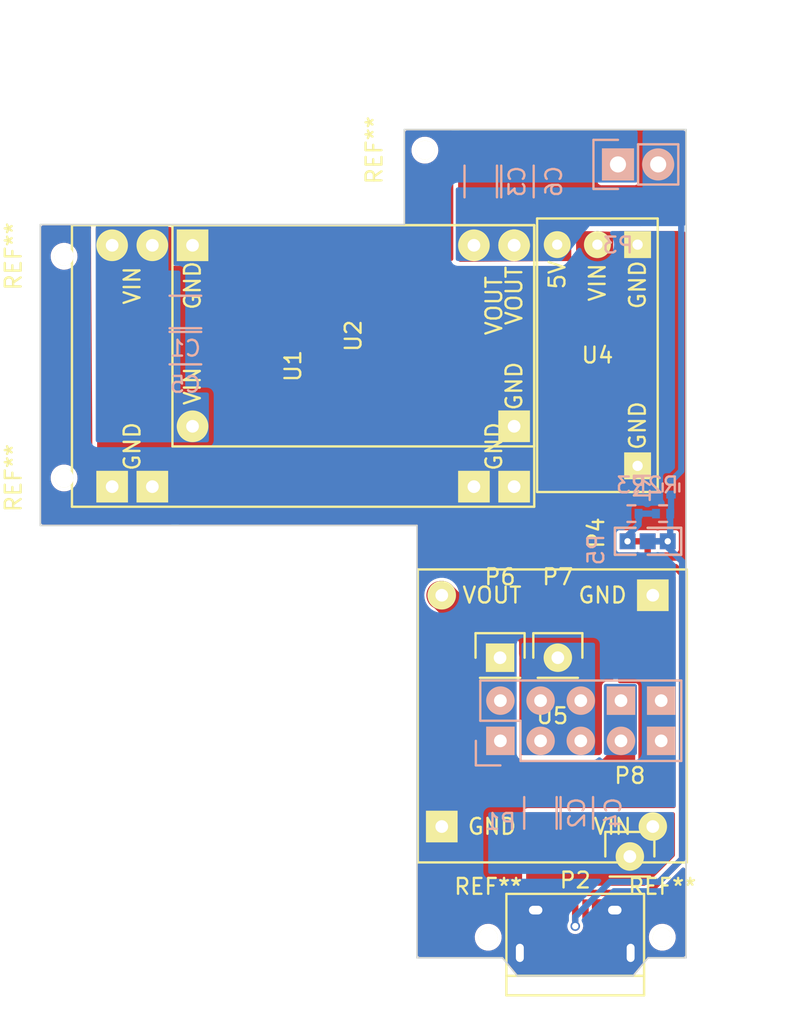
<source format=kicad_pcb>
(kicad_pcb (version 20221018) (generator pcbnew)
  (layers (0 "F.Cu" signal) (31 "B.Cu" signal) (34 "B.Paste" user) (35 "F.Paste" user) (36 "B.SilkS" user "B.Silkscreen") (37 "F.SilkS" user "F.Silkscreen") (38 "B.Mask" user) (39 "F.Mask" user) (44 "Edge.Cuts" user))
  (net 0 "")
  (net 1 "GND")
  (net 2 "/BAT")
  (net 3 "/CHG_IN")
  (net 4 "VCC")
  (net 5 "/CHARGE")
  (net 6 "/V3.3")
  (net 7 "/V0.6")
  (footprint "Mounting_Holes:MountingHole_1.2mm_M1" (layer "F.Cu") (at 97.5 150.5)
    (fp_text reference "REF**" (at 0 -3.2) (layer "F.SilkS"))
    (fp_text value "MountingHole_1.2mm_M1")
    (pad "" np_thru_hole circle (at 0 0) (size 1.2 1.2) (drill 1.2) (layers "*.Cu" "*.Mask" "F.SilkS"))
  )
  (footprint "Mounting_Holes:MountingHole_1.2mm_M1" (layer "F.Cu") (at 86.5 150.5)
    (fp_text reference "REF**" (at 0 -3.2) (layer "F.SilkS"))
    (fp_text value "MountingHole_1.2mm_M1")
    (pad "" np_thru_hole circle (at 0 0) (size 1.2 1.2) (drill 1.2) (layers "*.Cu" "*.Mask" "F.SilkS"))
  )
  (footprint "Mounting_Holes:MountingHole_1.2mm_M1" (layer "F.Cu") (at 59.7 107.5 90)
    (fp_text reference "REF**" (at 0 -3.2 90) (layer "F.SilkS"))
    (fp_text value "MountingHole_1.2mm_M1")
    (pad "" np_thru_hole circle (at 0 0 90) (size 1.2 1.2) (drill 1.2) (layers "*.Cu" "*.Mask" "F.SilkS"))
  )
  (footprint "Mounting_Holes:MountingHole_1.2mm_M1" (layer "F.Cu") (at 59.7 121.5 90)
    (fp_text reference "REF**" (at 0 -3.2 90) (layer "F.SilkS"))
    (fp_text value "MountingHole_1.2mm_M1")
    (pad "" np_thru_hole circle (at 0 0 90) (size 1.2 1.2) (drill 1.2) (layers "*.Cu" "*.Mask" "F.SilkS"))
  )
  (footprint "Connect:USB_Micro-B" (layer "F.Cu") (at 92 150.35)
    (fp_text reference "P2" (at 0 -3.45) (layer "F.SilkS"))
    (fp_text value "USB_Micro")
    (fp_line (start -4.3509 -2.58754) (end 4.3491 -2.58754) (stroke (width 0.15)) (layer "F.SilkS"))
    (fp_line (start -4.3509 3.81746) (end -4.3509 -2.58754) (stroke (width 0.15)) (layer "F.SilkS"))
    (fp_line (start -4.3509 3.81746) (end 4.3491 3.81746) (stroke (width 0.15)) (layer "F.SilkS"))
    (fp_line (start 4.3491 -2.58754) (end 4.3491 3.81746) (stroke (width 0.15)) (layer "F.SilkS"))
    (fp_line (start 4.3491 2.58746) (end -4.3509 2.58746) (stroke (width 0.15)) (layer "F.SilkS"))
    (pad "1" smd rect (at -1.3009 -1.56254 90) (size 1.35 0.4) (layers "F.Cu" "F.Paste" "F.Mask") (net 3 "/CHG_IN"))
    (pad "2" smd rect (at -0.6509 -1.56254 90) (size 1.35 0.4) (layers "F.Cu" "F.Paste" "F.Mask") (net 7 "/V0.6"))
    (pad "3" smd rect (at -0.0009 -1.56254 90) (size 1.35 0.4) (layers "F.Cu" "F.Paste" "F.Mask") (net 6 "/V3.3"))
    (pad "4" smd rect (at 0.6491 -1.56254 90) (size 1.35 0.4) (layers "F.Cu" "F.Paste" "F.Mask"))
    (pad "5" smd rect (at 1.2991 -1.56254 90) (size 1.35 0.4) (layers "F.Cu" "F.Paste" "F.Mask") (net 1 "GND"))
    (pad "6" thru_hole oval (at -3.5009 1.13746 90) (size 1.55 1) (drill oval 1.15 0.5) (layers "*.Cu" "*.Mask") (net 1 "GND"))
    (pad "6" thru_hole oval (at -2.5009 -1.56254 90) (size 0.95 1.25) (drill oval 0.55 0.85) (layers "*.Cu" "*.Mask") (net 1 "GND"))
    (pad "6" thru_hole oval (at 2.4991 -1.56254 90) (size 0.95 1.25) (drill oval 0.55 0.85) (layers "*.Cu" "*.Mask") (net 1 "GND"))
    (pad "6" thru_hole oval (at 3.4991 1.13746 90) (size 1.55 1) (drill oval 1.15 0.5) (layers "*.Cu" "*.Mask") (net 1 "GND"))
  )
  (footprint "Converters_DCDC_ACDC:DCDC_Conv_TPS61800-Boost" (layer "F.Cu") (at 74.168 114.427 90)
    (fp_text reference "U1" (at 0 0 90) (layer "F.SilkS"))
    (fp_text value "TPS61800 module")
    (fp_text user "GND" (at -5.08 12.7 90) (layer "F.SilkS"))
    (fp_text user "VOUT" (at 3.81 12.7 90) (layer "F.SilkS"))
    (fp_text user "GND" (at -5.08 -10.16 90) (layer "F.SilkS"))
    (fp_text user "VIN" (at 5.08 -10.16 270) (layer "F.SilkS"))
    (fp_line (start -8.89 -13.97) (end 8.89 -13.97) (stroke (width 0.15)) (layer "F.SilkS"))
    (fp_line (start -8.89 15.24) (end -8.89 -13.97) (stroke (width 0.15)) (layer "F.SilkS"))
    (fp_line (start 8.89 -13.97) (end 8.89 15.24) (stroke (width 0.15)) (layer "F.SilkS"))
    (fp_line (start 8.89 15.24) (end -8.89 15.24) (stroke (width 0.15)) (layer "F.SilkS"))
    (pad "1" thru_hole rect (at -7.62 -11.43 90) (size 2 2) (drill 0.8) (layers "*.Cu" "*.Mask" "F.SilkS") (net 1 "GND"))
    (pad "1" connect rect (at -7.62 -10.16 90) (size 2 2.54) (layers "F.Cu" "F.Mask") (net 1 "GND"))
    (pad "1" connect rect (at -7.62 -10.16 90) (size 2 2.54) (layers "B.Cu" "B.Mask") (net 1 "GND"))
    (pad "1" thru_hole rect (at -7.62 -8.89 90) (size 2 2) (drill 0.8) (layers "*.Cu" "*.Mask" "F.SilkS") (net 1 "GND"))
    (pad "1" thru_hole rect (at -7.62 11.43 90) (size 2 2) (drill 0.8) (layers "*.Cu" "*.Mask" "F.SilkS") (net 1 "GND"))
    (pad "1" connect rect (at -7.62 12.7 90) (size 2 2.54) (layers "F.Cu" "F.Mask") (net 1 "GND"))
    (pad "1" connect rect (at -7.62 12.7 90) (size 2 2.54) (layers "B.Cu" "B.Mask") (net 1 "GND"))
    (pad "1" thru_hole rect (at -7.62 13.97 90) (size 2 2) (drill 0.8) (layers "*.Cu" "*.Mask" "F.SilkS") (net 1 "GND"))
    (pad "2" thru_hole circle (at 7.62 -11.43 90) (size 2 2) (drill 0.8) (layers "*.Cu" "*.Mask" "F.SilkS") (net 2 "/BAT"))
    (pad "2" connect rect (at 7.62 -10.16 90) (size 2 2.54) (layers "F.Cu" "F.Mask") (net 2 "/BAT"))
    (pad "2" connect rect (at 7.62 -10.16 90) (size 2 2.54) (layers "B.Cu" "B.Mask") (net 2 "/BAT"))
    (pad "2" thru_hole circle (at 7.62 -8.89 90) (size 2 2) (drill 0.8) (layers "*.Cu" "*.Mask" "F.SilkS") (net 2 "/BAT"))
    (pad "3" thru_hole circle (at 7.62 11.43 90) (size 2 2) (drill 0.8) (layers "*.Cu" "*.Mask" "F.SilkS") (net 4 "VCC"))
    (pad "3" connect rect (at 7.62 12.7 90) (size 2 2.54) (layers "F.Cu" "F.Mask") (net 4 "VCC"))
    (pad "3" connect rect (at 7.62 12.7 90) (size 2 2.54) (layers "B.Cu" "B.Mask") (net 4 "VCC"))
    (pad "3" thru_hole circle (at 7.62 13.97 90) (size 2 2) (drill 0.8) (layers "*.Cu" "*.Mask" "F.SilkS") (net 4 "VCC"))
  )
  (footprint "Converters_DCDC_ACDC:DCDC_Conv_G5177-Boost" (layer "F.Cu") (at 77.978 112.522 -90)
    (fp_text reference "U2" (at 0 0 270) (layer "F.SilkS"))
    (fp_text value "G5177 module")
    (fp_text user "GND" (at 3.175 -10.16 270) (layer "F.SilkS"))
    (fp_text user "VIN" (at 3.175 10.16 90) (layer "F.SilkS"))
    (fp_text user "VOUT" (at -2.54 -10.16 270) (layer "F.SilkS"))
    (fp_text user "GND" (at -3.175 10.16 270) (layer "F.SilkS"))
    (fp_line (start -6.985 -11.43) (end 6.985 -11.43) (stroke (width 0.15)) (layer "F.SilkS"))
    (fp_line (start -6.985 11.43) (end -6.985 -11.43) (stroke (width 0.15)) (layer "F.SilkS"))
    (fp_line (start 6.985 -11.43) (end 6.985 11.43) (stroke (width 0.15)) (layer "F.SilkS"))
    (fp_line (start 6.985 11.43) (end -6.985 11.43) (stroke (width 0.15)) (layer "F.SilkS"))
    (pad "1" thru_hole rect (at -5.715 10.16 270) (size 2 2) (drill 0.8) (layers "*.Cu" "*.Mask" "F.SilkS") (net 1 "GND"))
    (pad "1" thru_hole rect (at 5.715 -10.16 270) (size 2 2) (drill 0.8) (layers "*.Cu" "*.Mask" "F.SilkS") (net 1 "GND"))
    (pad "2" thru_hole circle (at 5.715 10.16 270) (size 2 2) (drill 0.8) (layers "*.Cu" "*.Mask" "F.SilkS") (net 2 "/BAT"))
    (pad "3" thru_hole circle (at -5.715 -10.16 270) (size 2 2) (drill 0.8) (layers "*.Cu" "*.Mask" "F.SilkS") (net 4 "VCC"))
  )
  (footprint "Converters_DCDC_ACDC:LDO_RT9018" (layer "F.Cu") (at 93.4 113.75 -90)
    (fp_text reference "U4" (at 0 0) (layer "F.SilkS"))
    (fp_text value "LDO_3V5")
    (fp_text user "GND" (at -4.445 -2.54 270) (layer "F.SilkS"))
    (fp_text user "5V" (at -5.08 2.54 270) (layer "F.SilkS"))
    (fp_text user "GND" (at 4.445 -2.54 270) (layer "F.SilkS"))
    (fp_text user "VIN" (at -4.6 0 270) (layer "F.SilkS"))
    (fp_line (start -8.636 -3.81) (end 8.636 -3.81) (stroke (width 0.15)) (layer "F.SilkS"))
    (fp_line (start -8.636 3.81) (end -8.636 -3.81) (stroke (width 0.15)) (layer "F.SilkS"))
    (fp_line (start 8.636 -3.81) (end 8.636 3.81) (stroke (width 0.15)) (layer "F.SilkS"))
    (fp_line (start 8.636 3.81) (end -8.636 3.81) (stroke (width 0.15)) (layer "F.SilkS"))
    (pad "1" thru_hole rect (at -6.985 -2.54 270) (size 1.7 1.7) (drill 0.65) (layers "*.Cu" "*.Mask" "F.SilkS") (net 1 "GND"))
    (pad "1" thru_hole rect (at 6.985 -2.54 270) (size 1.7 1.7) (drill 0.65) (layers "*.Cu" "*.Mask" "F.SilkS") (net 1 "GND"))
    (pad "2" thru_hole circle (at -6.985 0 270) (size 1.7 1.7) (drill 0.65) (layers "*.Cu" "*.Mask" "F.SilkS") (net 2 "/BAT"))
    (pad "3" thru_hole circle (at -6.985 2.54 270) (size 1.7 1.7) (drill 0.65) (layers "*.Cu" "*.Mask" "F.SilkS") (net 4 "VCC"))
  )
  (footprint "Converters_DCDC_ACDC:DCDC_Charger-TP5000-Bucket" (layer "F.Cu") (at 90.551 136.525 180)
    (fp_text reference "U5" (at 0 0 180) (layer "F.SilkS"))
    (fp_text value "TP5000 Charger")
    (fp_text user "GND" (at 3.81 -6.985 180) (layer "F.SilkS"))
    (fp_text user "GND" (at -3.175 7.62 180) (layer "F.SilkS"))
    (fp_text user "VIN" (at -3.81 -6.985) (layer "F.SilkS"))
    (fp_text user "VOUT" (at 3.81 7.62 180) (layer "F.SilkS"))
    (fp_line (start -8.5 -9.25) (end 8.5 -9.25) (stroke (width 0.15)) (layer "F.SilkS"))
    (fp_line (start -8.5 9.25) (end -8.5 -9.25) (stroke (width 0.15)) (layer "F.SilkS"))
    (fp_line (start 8.5 -9.25) (end 8.5 9.25) (stroke (width 0.15)) (layer "F.SilkS"))
    (fp_line (start 8.5 9.25) (end -8.5 9.25) (stroke (width 0.15)) (layer "F.SilkS"))
    (pad "1" thru_hole rect (at -6.35 7.62 180) (size 2 2) (drill 0.8) (layers "*.Cu" "*.Mask" "F.SilkS") (net 1 "GND"))
    (pad "1" thru_hole rect (at 6.985 -6.985 180) (size 2 2) (drill 0.8) (layers "*.Cu" "*.Mask" "F.SilkS") (net 1 "GND"))
    (pad "2" thru_hole circle (at -6.35 -6.985 180) (size 1.8 1.8) (drill 0.8) (layers "*.Cu" "*.Mask" "F.SilkS") (net 3 "/CHG_IN"))
    (pad "3" thru_hole circle (at 6.985 7.62 180) (size 1.8 1.8) (drill 0.8) (layers "*.Cu" "*.Mask" "F.SilkS") (net 5 "/CHARGE"))
  )
  (footprint "Pin_Headers:Pin_Header_Straight_1x03_Pitch1.27mm" (layer "F.Cu") (at 95.304805 125.498709 90)
    (fp_text reference "P4" (at 0.53 -1.99 90) (layer "F.SilkS"))
    (fp_text value "CONN_01X03")
    (fp_line (start -0.85 -0.8) (end -0.85 0.5) (stroke (width 0.15)) (layer "F.SilkS"))
    (fp_line (start -0.85 3.39) (end -0.85 1.3) (stroke (width 0.15)) (layer "F.SilkS"))
    (fp_line (start -0.85 3.39) (end 0.85 3.39) (stroke (width 0.15)) (layer "F.SilkS"))
    (fp_line (start 0.85 -0.8) (end -0.85 -0.8) (stroke (width 0.15)) (layer "F.SilkS"))
    (fp_line (start 0.85 -0.8) (end 0.85 0.5) (stroke (width 0.15)) (layer "F.SilkS"))
    (fp_line (start 0.85 3.39) (end 0.85 1.27) (stroke (width 0.15)) (layer "F.SilkS"))
    (pad "1" smd rect (at 0 0 90) (size 1 1) (layers "F.Cu" "F.Paste" "F.Mask") (net 7 "/V0.6"))
    (pad "2" smd rect (at 0 1.27 90) (size 1 1) (layers "F.Cu" "F.Paste" "F.Mask") (net 7 "/V0.6"))
    (pad "3" smd rect (at 0 2.54 90) (size 1 1) (layers "F.Cu" "F.Paste" "F.Mask") (net 6 "/V3.3"))
  )
  (footprint "Pin_Headers:Pin_Header_Straight_1x01" (layer "F.Cu") (at 87.25 132.85)
    (fp_text reference "P6" (at 0 -5.1) (layer "F.SilkS"))
    (fp_text value "CONN_01X01")
    (fp_line (start -1.55 -1.55) (end 1.55 -1.55) (stroke (width 0.15)) (layer "F.SilkS"))
    (fp_line (start -1.55 0) (end -1.55 -1.55) (stroke (width 0.15)) (layer "F.SilkS"))
    (fp_line (start -1.27 1.27) (end 1.27 1.27) (stroke (width 0.15)) (layer "F.SilkS"))
    (fp_line (start 1.55 -1.55) (end 1.55 0) (stroke (width 0.15)) (layer "F.SilkS"))
    (pad "1" thru_hole rect (at 0 0) (size 1.8 1.8) (drill 0.8) (layers "*.Cu" "*.Mask" "F.SilkS") (net 1 "GND"))
  )
  (footprint "Pin_Headers:Pin_Header_Straight_1x01" (layer "F.Cu") (at 90.9 132.85)
    (fp_text reference "P7" (at 0 -5.1) (layer "F.SilkS"))
    (fp_text value "CONN_01X01")
    (fp_line (start -1.55 -1.55) (end 1.55 -1.55) (stroke (width 0.15)) (layer "F.SilkS"))
    (fp_line (start -1.55 0) (end -1.55 -1.55) (stroke (width 0.15)) (layer "F.SilkS"))
    (fp_line (start -1.27 1.27) (end 1.27 1.27) (stroke (width 0.15)) (layer "F.SilkS"))
    (fp_line (start 1.55 -1.55) (end 1.55 0) (stroke (width 0.15)) (layer "F.SilkS"))
    (pad "1" thru_hole circle (at 0 0) (size 1.8 1.8) (drill 0.8) (layers "*.Cu" "*.Mask" "F.SilkS") (net 2 "/BAT"))
  )
  (footprint "Pin_Headers:Pin_Header_Straight_1x01" (layer "F.Cu") (at 95.45 145.4)
    (fp_text reference "P8" (at 0 -5.1) (layer "F.SilkS"))
    (fp_text value "CONN_01X01")
    (fp_line (start -1.55 -1.55) (end 1.55 -1.55) (stroke (width 0.15)) (layer "F.SilkS"))
    (fp_line (start -1.55 0) (end -1.55 -1.55) (stroke (width 0.15)) (layer "F.SilkS"))
    (fp_line (start -1.27 1.27) (end 1.27 1.27) (stroke (width 0.15)) (layer "F.SilkS"))
    (fp_line (start 1.55 -1.55) (end 1.55 0) (stroke (width 0.15)) (layer "F.SilkS"))
    (pad "1" thru_hole circle (at 0 0) (size 1.8 1.8) (drill 0.8) (layers "*.Cu" "*.Mask" "F.SilkS") (net 3 "/CHG_IN"))
  )
  (footprint "Mounting_Holes:MountingHole_1.2mm_M1" (layer "F.Cu") (at 82.5 100.8 90)
    (fp_text reference "REF**" (at 0 -3.2 90) (layer "F.SilkS"))
    (fp_text value "MountingHole_1.2mm_M1")
    (pad "" np_thru_hole circle (at 0 0 90) (size 1.2 1.2) (drill 1.2) (layers "*.Cu" "*.Mask" "F.SilkS"))
  )
  (footprint "Socket_Strips:Socket_Strip_Straight_2x05" (layer "B.Cu") (at 87.27 138.1)
    (fp_text reference "P1" (at 0 5.1) (layer "B.SilkS") (effects (justify mirror)))
    (fp_text value "CONN5")
    (fp_line (start -1.55 1.55) (end -1.55 0) (stroke (width 0.15)) (layer "B.SilkS"))
    (fp_line (start -1.27 -3.81) (end -1.27 -1.27) (stroke (width 0.15)) (layer "B.SilkS"))
    (fp_line (start -1.27 -3.81) (end 11.43 -3.81) (stroke (width 0.15)) (layer "B.SilkS"))
    (fp_line (start -1.27 -1.27) (end 1.27 -1.27) (stroke (width 0.15)) (layer "B.SilkS"))
    (fp_line (start 0 1.55) (end -1.55 1.55) (stroke (width 0.15)) (layer "B.SilkS"))
    (fp_line (start 1.27 -1.27) (end 1.27 1.27) (stroke (width 0.15)) (layer "B.SilkS"))
    (fp_line (start 11.43 -3.81) (end 11.43 1.27) (stroke (width 0.15)) (layer "B.SilkS"))
    (fp_line (start 11.43 1.27) (end 1.27 1.27) (stroke (width 0.15)) (layer "B.SilkS"))
    (pad "1" thru_hole rect (at 0 0) (size 1.8 1.8) (drill 0.8) (layers "*.Cu" "*.Mask" "B.SilkS") (net 1 "GND"))
    (pad "2" thru_hole circle (at 0 -2.54) (size 1.8 1.8) (drill 0.8) (layers "*.Cu" "*.Mask" "B.SilkS") (net 1 "GND"))
    (pad "3" thru_hole circle (at 2.54 0) (size 1.8 1.8) (drill 0.8) (layers "*.Cu" "*.Mask" "B.SilkS") (net 2 "/BAT"))
    (pad "4" thru_hole circle (at 2.54 -2.54) (size 1.8 1.8) (drill 0.8) (layers "*.Cu" "*.Mask" "B.SilkS") (net 2 "/BAT"))
    (pad "5" thru_hole circle (at 5.08 0) (size 1.8 1.8) (drill 0.8) (layers "*.Cu" "*.Mask" "B.SilkS") (net 2 "/BAT"))
    (pad "6" thru_hole circle (at 5.08 -2.54) (size 1.8 1.8) (drill 0.8) (layers "*.Cu" "*.Mask" "B.SilkS") (net 2 "/BAT"))
    (pad "7" thru_hole circle (at 7.62 0) (size 1.8 1.8) (drill 0.8) (layers "*.Cu" "*.Mask" "B.SilkS") (net 5 "/CHARGE"))
    (pad "8" thru_hole rect (at 7.62 -2.54) (size 1.8 1.8) (drill 0.8) (layers "*.Cu" "*.Mask" "B.SilkS") (net 5 "/CHARGE"))
    (pad "9" thru_hole rect (at 10.16 0) (size 1.8 1.8) (drill 0.8) (layers "*.Cu" "*.Mask" "B.SilkS") (net 1 "GND"))
    (pad "10" thru_hole rect (at 10.16 -2.54) (size 1.8 1.8) (drill 0.8) (layers "*.Cu" "*.Mask" "B.SilkS") (net 1 "GND"))
  )
  (footprint "Socket_Strips:Socket_Strip_Straight_1x02" (layer "B.Cu") (at 94.7 101.7)
    (fp_text reference "P3" (at 0 5.1) (layer "B.SilkS") (effects (justify mirror)))
    (fp_text value "CONN_VCC")
    (fp_line (start -1.55 -1.55) (end 0 -1.55) (stroke (width 0.15)) (layer "B.SilkS"))
    (fp_line (start -1.55 1.55) (end -1.55 -1.55) (stroke (width 0.15)) (layer "B.SilkS"))
    (fp_line (start 0 1.55) (end -1.55 1.55) (stroke (width 0.15)) (layer "B.SilkS"))
    (fp_line (start 1.27 -1.27) (end 1.27 1.27) (stroke (width 0.15)) (layer "B.SilkS"))
    (fp_line (start 1.27 1.27) (end 3.81 1.27) (stroke (width 0.15)) (layer "B.SilkS"))
    (fp_line (start 3.81 -1.27) (end 1.27 -1.27) (stroke (width 0.15)) (layer "B.SilkS"))
    (fp_line (start 3.81 1.27) (end 3.81 -1.27) (stroke (width 0.15)) (layer "B.SilkS"))
    (pad "1" thru_hole rect (at 0 0) (size 2.032 2.032) (drill 1.016) (layers "*.Cu" "*.Mask" "B.SilkS") (net 1 "GND"))
    (pad "2" thru_hole oval (at 2.54 0) (size 2.032 2.032) (drill 1.016) (layers "*.Cu" "*.Mask" "B.SilkS") (net 4 "VCC"))
  )
  (footprint "Pin_Headers:Pin_Header_Straight_1x03_Pitch1.27mm" (layer "B.Cu") (at 95.304805 125.498709 -90)
    (fp_text reference "P5" (at 0.53 1.99 270) (layer "B.SilkS") (effects (justify mirror)))
    (fp_text value "CONN_01X03")
    (fp_line (start -0.85 -3.39) (end -0.85 -1.3) (stroke (width 0.15)) (layer "B.SilkS"))
    (fp_line (start -0.85 -3.39) (end 0.85 -3.39) (stroke (width 0.15)) (layer "B.SilkS"))
    (fp_line (start -0.85 0.8) (end -0.85 -0.5) (stroke (width 0.15)) (layer "B.SilkS"))
    (fp_line (start 0.85 -3.39) (end 0.85 -1.27) (stroke (width 0.15)) (layer "B.SilkS"))
    (fp_line (start 0.85 0.8) (end -0.85 0.8) (stroke (width 0.15)) (layer "B.SilkS"))
    (fp_line (start 0.85 0.8) (end 0.85 -0.5) (stroke (width 0.15)) (layer "B.SilkS"))
    (pad "1" smd rect (at 0 0 270) (size 1 1) (layers "B.Cu" "B.Paste" "B.Mask") (net 7 "/V0.6"))
    (pad "2" smd rect (at 0 -1.27 270) (size 1 1) (layers "B.Cu" "B.Paste" "B.Mask") (net 6 "/V3.3"))
    (pad "3" smd rect (at 0 -2.54 270) (size 1 1) (layers "B.Cu" "B.Paste" "B.Mask") (net 6 "/V3.3"))
  )
  (footprint "Resistors_SMD:R_0402" (layer "B.Cu") (at 98.05 122.1 -90)
    (fp_text reference "R1" (at 0 1.8 270) (layer "B.SilkS") (effects (justify mirror)))
    (fp_text value "2M")
    (fp_line (start -0.25 -0.525) (end 0.25 -0.525) (stroke (width 0.15)) (layer "B.SilkS"))
    (fp_line (start 0.25 0.525) (end -0.25 0.525) (stroke (width 0.15)) (layer "B.SilkS"))
    (pad "1" smd rect (at -0.45 0 270) (size 0.5 0.6) (layers "B.Cu" "B.Paste" "B.Mask") (net 4 "VCC"))
    (pad "2" smd rect (at 0.45 0 270) (size 0.5 0.6) (layers "B.Cu" "B.Paste" "B.Mask") (net 6 "/V3.3"))
  )
  (footprint "Resistors_SMD:R_0402" (layer "B.Cu") (at 97.55 123.75 180)
    (fp_text reference "R2" (at 0 1.8 180) (layer "B.SilkS") (effects (justify mirror)))
    (fp_text value "1M")
    (fp_line (start -0.25 -0.525) (end 0.25 -0.525) (stroke (width 0.15)) (layer "B.SilkS"))
    (fp_line (start 0.25 0.525) (end -0.25 0.525) (stroke (width 0.15)) (layer "B.SilkS"))
    (pad "1" smd rect (at -0.45 0 180) (size 0.5 0.6) (layers "B.Cu" "B.Paste" "B.Mask") (net 6 "/V3.3"))
    (pad "2" smd rect (at 0.45 0 180) (size 0.5 0.6) (layers "B.Cu" "B.Paste" "B.Mask") (net 7 "/V0.6"))
  )
  (footprint "Resistors_SMD:R_0402" (layer "B.Cu") (at 95.55 123.75 180)
    (fp_text reference "R3" (at 0 1.8 180) (layer "B.SilkS") (effects (justify mirror)))
    (fp_text value "400K")
    (fp_line (start -0.25 -0.525) (end 0.25 -0.525) (stroke (width 0.15)) (layer "B.SilkS"))
    (fp_line (start 0.25 0.525) (end -0.25 0.525) (stroke (width 0.15)) (layer "B.SilkS"))
    (pad "1" smd rect (at -0.45 0 180) (size 0.5 0.6) (layers "B.Cu" "B.Paste" "B.Mask") (net 7 "/V0.6"))
    (pad "2" smd rect (at 0.45 0 180) (size 0.5 0.6) (layers "B.Cu" "B.Paste" "B.Mask") (net 1 "GND"))
  )
  (footprint "Capacitors_SMD:C_1206" (layer "B.Cu") (at 67.366418 111.018418)
    (fp_text reference "C1" (at 0 2.3) (layer "B.SilkS") (effects (justify mirror)))
    (fp_text value "47uF")
    (fp_line (start -1 -1.025) (end 1 -1.025) (stroke (width 0.15)) (layer "B.SilkS"))
    (fp_line (start 1 1.025) (end -1 1.025) (stroke (width 0.15)) (layer "B.SilkS"))
    (pad "1" smd rect (at -1.5 0) (size 1 1.6) (layers "B.Cu" "B.Paste" "B.Mask") (net 2 "/BAT"))
    (pad "2" smd rect (at 1.5 0) (size 1 1.6) (layers "B.Cu" "B.Paste" "B.Mask") (net 1 "GND"))
  )
  (footprint "Capacitors_SMD:C_1206" (layer "B.Cu") (at 89.8 142.65 90)
    (fp_text reference "C2" (at 0 2.3 90) (layer "B.SilkS") (effects (justify mirror)))
    (fp_text value "47uF")
    (fp_line (start -1 -1.025) (end 1 -1.025) (stroke (width 0.15)) (layer "B.SilkS"))
    (fp_line (start 1 1.025) (end -1 1.025) (stroke (width 0.15)) (layer "B.SilkS"))
    (pad "1" smd rect (at -1.5 0 90) (size 1 1.6) (layers "B.Cu" "B.Paste" "B.Mask") (net 3 "/CHG_IN"))
    (pad "2" smd rect (at 1.5 0 90) (size 1 1.6) (layers "B.Cu" "B.Paste" "B.Mask") (net 1 "GND"))
  )
  (footprint "Capacitors_SMD:C_1206" (layer "B.Cu") (at 86.028183 102.776945 90)
    (fp_text reference "C3" (at 0 2.3 90) (layer "B.SilkS") (effects (justify mirror)))
    (fp_text value "47uF")
    (fp_line (start -1 -1.025) (end 1 -1.025) (stroke (width 0.15)) (layer "B.SilkS"))
    (fp_line (start 1 1.025) (end -1 1.025) (stroke (width 0.15)) (layer "B.SilkS"))
    (pad "1" smd rect (at -1.5 0 90) (size 1 1.6) (layers "B.Cu" "B.Paste" "B.Mask") (net 4 "VCC"))
    (pad "2" smd rect (at 1.5 0 90) (size 1 1.6) (layers "B.Cu" "B.Paste" "B.Mask") (net 1 "GND"))
  )
  (footprint "Capacitors_SMD:C_1206" (layer "B.Cu") (at 92.1 142.65 90)
    (fp_text reference "C4" (at 0 2.3 90) (layer "B.SilkS") (effects (justify mirror)))
    (fp_text value "47uF")
    (fp_line (start -1 -1.025) (end 1 -1.025) (stroke (width 0.15)) (layer "B.SilkS"))
    (fp_line (start 1 1.025) (end -1 1.025) (stroke (width 0.15)) (layer "B.SilkS"))
    (pad "1" smd rect (at -1.5 0 90) (size 1 1.6) (layers "B.Cu" "B.Paste" "B.Mask") (net 3 "/CHG_IN"))
    (pad "2" smd rect (at 1.5 0 90) (size 1 1.6) (layers "B.Cu" "B.Paste" "B.Mask") (net 1 "GND"))
  )
  (footprint "Capacitors_SMD:C_1206" (layer "B.Cu") (at 67.366418 113.3)
    (fp_text reference "C5" (at 0 2.3) (layer "B.SilkS") (effects (justify mirror)))
    (fp_text value "47uF")
    (fp_line (start -1 -1.025) (end 1 -1.025) (stroke (width 0.15)) (layer "B.SilkS"))
    (fp_line (start 1 1.025) (end -1 1.025) (stroke (width 0.15)) (layer "B.SilkS"))
    (pad "1" smd rect (at -1.5 0) (size 1 1.6) (layers "B.Cu" "B.Paste" "B.Mask") (net 2 "/BAT"))
    (pad "2" smd rect (at 1.5 0) (size 1 1.6) (layers "B.Cu" "B.Paste" "B.Mask") (net 1 "GND"))
  )
  (footprint "Capacitors_SMD:C_1206" (layer "B.Cu") (at 88.35 102.776945 90)
    (fp_text reference "C6" (at 0 2.3 90) (layer "B.SilkS") (effects (justify mirror)))
    (fp_text value "47uF")
    (fp_line (start -1 -1.025) (end 1 -1.025) (stroke (width 0.15)) (layer "B.SilkS"))
    (fp_line (start 1 1.025) (end -1 1.025) (stroke (width 0.15)) (layer "B.SilkS"))
    (pad "1" smd rect (at -1.5 0 90) (size 1 1.6) (layers "B.Cu" "B.Paste" "B.Mask") (net 4 "VCC"))
    (pad "2" smd rect (at 1.5 0 90) (size 1 1.6) (layers "B.Cu" "B.Paste" "B.Mask") (net 1 "GND"))
  )
  (gr_line (start 81.2 99.5) (end 81.2 105.5) (stroke (width 0.1)) (layer "Edge.Cuts"))
  (gr_line (start 88.35 152.95) (end 95.65 152.95) (stroke (width 0.1)) (layer "Edge.Cuts"))
  (gr_line (start 96.6 151.8) (end 99 151.8) (stroke (width 0.1)) (layer "Edge.Cuts"))
  (gr_line (start 95.65 152.95) (end 96.6 151.8) (stroke (width 0.1)) (layer "Edge.Cuts"))
  (gr_line (start 87.4 151.8) (end 88.35 152.95) (stroke (width 0.1)) (layer "Edge.Cuts"))
  (gr_line (start 58.2 124.5) (end 82 124.5) (stroke (width 0.1)) (layer "Edge.Cuts"))
  (gr_line (start 99 99.5) (end 81.2 99.5) (stroke (width 0.1)) (layer "Edge.Cuts"))
  (gr_line (start 82 151.8) (end 87.4 151.8) (stroke (width 0.1)) (layer "Edge.Cuts"))
  (gr_line (start 81.2 105.5) (end 58.2 105.5) (stroke (width 0.1)) (layer "Edge.Cuts"))
  (gr_line (start 58.2 105.5) (end 58.2 124.5) (stroke (width 0.1)) (layer "Edge.Cuts"))
  (gr_line (start 82 124.5) (end 82 151.8) (stroke (width 0.1)) (layer "Edge.Cuts"))
  (gr_line (start 99 151.8) (end 99 99.5) (stroke (width 0.1)) (layer "Edge.Cuts"))
  (segment (start 87.27 138.1) (end 87.27 135.56) (width 1.8) (layer "F.Cu") (net 1))
  (segment (start 87.27 135.56) (end 87.27 132.87) (width 1.8) (layer "F.Cu") (net 1))
  (segment (start 87.27 132.87) (end 87.25 132.85) (width 1.8) (layer "F.Cu") (net 1))
  (segment (start 96.861 143.55) (end 96.901 143.51) (width 1.7) (layer "F.Cu") (net 3))
  (segment (start 94.6 143.55) (end 96.861 143.55) (width 1.8) (layer "F.Cu") (net 3))
  (segment (start 96.861 143.55) (end 96.901 143.51) (width 1.7) (layer "B.Cu") (net 3))
  (segment (start 98.1 121.65) (end 98.05 121.65) (width 0.4) (layer "B.Cu") (net 4))
  (segment (start 97.24 101.7) (end 97.917 102.377) (width 0.4) (layer "B.Cu") (net 4))
  (segment (start 98.7 121.05) (end 98.1 121.65) (width 0.4) (layer "B.Cu") (net 4))
  (segment (start 97.25 101.7) (end 98.7 103.15) (width 0.4) (layer "B.Cu") (net 4))
  (segment (start 98.7 103.15) (end 98.7 121.05) (width 0.4) (layer "B.Cu") (net 4))
  (segment (start 97.24 101.7) (end 97.25 101.7) (width 0.4) (layer "B.Cu") (net 4))
  (segment (start 85.1 139.710002) (end 85.1 130.45) (width 1.8) (layer "F.Cu") (net 5))
  (segment (start 83.495 128.905) (end 83.566 128.905) (width 1.8) (layer "F.Cu") (net 5))
  (segment (start 94.89 138.1) (end 94.89 139.372792) (width 1.8) (layer "F.Cu") (net 5))
  (segment (start 84.4 129.739) (end 83.566 128.905) (width 1.8) (layer "F.Cu") (net 5))
  (segment (start 85.1 130.45) (end 84.4 129.75) (width 1.8) (layer "F.Cu") (net 5))
  (segment (start 85.589998 140.2) (end 85.1 139.710002) (width 1.8) (layer "F.Cu") (net 5))
  (segment (start 94.89 139.372792) (end 94.062792 140.2) (width 1.8) (layer "F.Cu") (net 5))
  (segment (start 94.062792 140.2) (end 85.589998 140.2) (width 1.8) (layer "F.Cu") (net 5))
  (segment (start 84.4 129.75) (end 84.4 129.739) (width 1.8) (layer "F.Cu") (net 5))
  (segment (start 94.89 135.56) (end 94.89 138.1) (width 1.8) (layer "F.Cu") (net 5))
  (segment (start 92 149.8) (end 92 148.78836) (width 0.4) (layer "F.Cu") (net 6))
  (segment (start 92 148.78836) (end 91.9991 148.78746) (width 0.4) (layer "F.Cu") (net 6))
  (via (at 92 149.8) (size 0.6) (drill 0.4) (layers "F.Cu" "B.Cu") (net 6))
  (via (at 97.844805 125.498709) (size 0.6) (drill 0.4) (layers "F.Cu" "B.Cu") (net 6))
  (segment (start 97.905429 125.438085) (end 97.844805 125.498709) (width 0.4) (layer "B.Cu") (net 6))
  (segment (start 97.474805 125.498709) (end 98.75 126.773904) (width 0.4) (layer "B.Cu") (net 6))
  (segment (start 94.2 147) (end 92 149.2) (width 0.4) (layer "B.Cu") (net 6))
  (segment (start 92 149.2) (end 92 149.8) (width 0.4) (layer "B.Cu") (net 6))
  (segment (start 98.05 123.7) (end 98 123.75) (width 0.4) (layer "B.Cu") (net 6))
  (segment (start 98 123.75) (end 98 125.343514) (width 0.4) (layer "B.Cu") (net 6))
  (segment (start 97.7 125.353904) (end 97.844805 125.498709) (width 0.4) (layer "B.Cu") (net 6))
  (segment (start 98.05 122.55) (end 98.05 123.7) (width 0.4) (layer "B.Cu") (net 6))
  (segment (start 98.75 126.773904) (end 98.75 145.55) (width 0.4) (layer "B.Cu") (net 6))
  (segment (start 96.574805 125.498709) (end 97.474805 125.498709) (width 0.4) (layer "B.Cu") (net 6))
  (segment (start 97.3 147) (end 94.2 147) (width 0.4) (layer "B.Cu") (net 6))
  (segment (start 98.75 145.55) (end 97.3 147) (width 0.4) (layer "B.Cu") (net 6))
  (segment (start 98 125.343514) (end 97.844805 125.498709) (width 0.4) (layer "B.Cu") (net 6))
  (segment (start 96.574805 125.498709) (end 97.844805 125.498709) (width 0.4) (layer "B.Cu") (net 6))
  (segment (start 91.3491 147.71246) (end 91.3491 148.78746) (width 0.4) (layer "F.Cu") (net 7))
  (segment (start 98.327 127.127) (end 98.75 127.55) (width 0.4) (layer "F.Cu") (net 7))
  (segment (start 96.6 147.7) (end 91.36156 147.7) (width 0.4) (layer "F.Cu") (net 7))
  (segment (start 95.304805 125.498709) (end 96.574805 125.498709) (width 0.4) (layer "F.Cu") (net 7))
  (segment (start 98.75 145.55) (end 96.6 147.7) (width 0.4) (layer "F.Cu") (net 7))
  (segment (start 96.574805 125.498709) (end 96.574805 126.398709) (width 0.4) (layer "F.Cu") (net 7))
  (segment (start 97.303096 127.127) (end 98.327 127.127) (width 0.4) (layer "F.Cu") (net 7))
  (segment (start 96.574805 126.398709) (end 97.303096 127.127) (width 0.4) (layer "F.Cu") (net 7))
  (segment (start 91.36156 147.7) (end 91.3491 147.71246) (width 0.4) (layer "F.Cu") (net 7))
  (segment (start 98.75 127.55) (end 98.75 145.55) (width 0.4) (layer "F.Cu") (net 7))
  (via (at 95.304805 125.498709) (size 0.6) (drill 0.4) (layers "F.Cu" "B.Cu") (net 7))
  (segment (start 96 124.45) (end 95.304805 125.145195) (width 0.4) (layer "B.Cu") (net 7))
  (segment (start 96 123.75) (end 96 124.45) (width 0.4) (layer "B.Cu") (net 7))
  (segment (start 95.304805 125.145195) (end 95.304805 125.498709) (width 0.4) (layer "B.Cu") (net 7))
  (segment (start 97.1 123.75) (end 96 123.75) (width 0.4) (layer "B.Cu") (net 7))
  (zone (net 1) (net_name "GND") (layer "F.Cu") (connect_pads yes (clearance 0)) (min_thickness 0.254) (fill yes (thermal_gap 0.508) (thermal_bridge_width 0.508))
    (polygon (pts (xy 55.8165 97.155) (xy 100.2665 97.155) (xy 100.2665 154.305) (xy 55.8165 154.305)))
  )
  (zone (net 2) (net_name "/BAT") (layer "F.Cu") (priority 1) (connect_pads yes (clearance 0.3)) (min_thickness 0.254) (fill yes (thermal_gap 0.508) (thermal_bridge_width 0.508))
    (polygon (pts (xy 86.05 139) (xy 94.4 139) (xy 94.4 105.95) (xy 92.05 105.9) (xy 92.05 108.1) (xy 66.55 108.1) (xy 66.55 105.65) (xy 61.7 105.65) (xy 61.8 120.7) (xy 66.85 120.7) (xy 66.85 127.7) (xy 83.65 127.7) (xy 86.1 130.2) (xy 86.05 138.95)))
  )
  (zone (net 3) (net_name "/CHG_IN") (layer "F.Cu") (priority 1) (connect_pads yes (clearance 0.25)) (min_thickness 0.254) (fill yes (thermal_gap 0.508) (thermal_bridge_width 0.508))
    (polygon (pts (xy 91.5 149.5) (xy 91.5 147.4) (xy 96.6 147.4) (xy 99.2 144.8) (xy 99.2 142.6) (xy 88.9 142.6) (xy 88.9 148.1) (xy 90.5 149.5)))
  )
  (zone (net 4) (net_name "VCC") (layer "F.Cu") (priority 2) (connect_pads yes (clearance 0.3)) (min_thickness 0.254) (fill yes (thermal_gap 0.508) (thermal_bridge_width 0.508))
    (polygon (pts (xy 84.6 107.85) (xy 91.75 107.8) (xy 91.75 105.6) (xy 99.06 105.598) (xy 98.95 99.45) (xy 84.6 99.5)))
  )
  (zone (net 1) (net_name "GND") (layer "B.Cu") (connect_pads yes (clearance 0)) (min_thickness 0.254) (fill yes (thermal_gap 0.508) (thermal_bridge_width 0.508))
    (polygon (pts (xy 55.88 97.155) (xy 100.33 97.155) (xy 100.33 154.305) (xy 55.88 154.305)))
  )
  (zone (net 3) (net_name "/CHG_IN") (layer "B.Cu") (priority 1) (connect_pads yes (clearance 0.3)) (min_thickness 0.254) (fill yes (thermal_gap 0.508) (thermal_bridge_width 0.508))
    (polygon (pts (xy 86.5 142.6) (xy 86.5 146.5) (xy 99.5 146.5) (xy 99.5 142.6)))
  )
  (zone (net 4) (net_name "VCC") (layer "B.Cu") (priority 1) (connect_pads yes (clearance 0.3)) (min_thickness 0.254) (fill yes (thermal_gap 0.508) (thermal_bridge_width 0.508))
    (polygon (pts (xy 96.25 99.55) (xy 99 99.5) (xy 98.95 105.6) (xy 92.9 105.6) (xy 91.148123 107.802361) (xy 84.45 107.8) (xy 84.45 103.15) (xy 96.25 103.15)))
  )
  (zone (net 5) (net_name "/CHARGE") (layer "B.Cu") (priority 1) (connect_pads yes (clearance 0.3)) (min_thickness 0.254) (fill yes (thermal_gap 0.508) (thermal_bridge_width 0.508))
    (polygon (pts (xy 93.8 134.5) (xy 95.9 134.5) (xy 95.9 139) (xy 93.8 139)))
  )
  (zone (net 2) (net_name "/BAT") (layer "B.Cu") (priority 1) (connect_pads yes (clearance 0.3)) (min_thickness 0.254) (fill yes (thermal_gap 0.508) (thermal_bridge_width 0.508))
    (polygon (pts (xy 88.6 139) (xy 93.25 139) (xy 93.25 131.9) (xy 88.6 131.9)))
  )
  (zone (net 2) (net_name "/BAT") (layer "B.Cu") (priority 1) (connect_pads yes (clearance 0.3)) (min_thickness 0.254) (fill yes (thermal_gap 0.508) (thermal_bridge_width 0.508))
    (polygon (pts (xy 61.7 105.5) (xy 66.3 105.5) (xy 66.3 108.4) (xy 67.05 108.4) (xy 67.05 116.1) (xy 68.85 116.1) (xy 68.85 119.25) (xy 61.7 119.25)))
  )
)
</source>
